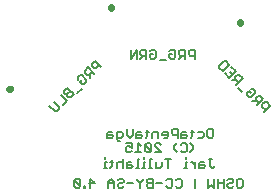
<source format=gbo>
G75*
%MOIN*%
%OFA0B0*%
%FSLAX24Y24*%
%IPPOS*%
%LPD*%
%AMOC8*
5,1,8,0,0,1.08239X$1,22.5*
%
%ADD10C,0.0050*%
%ADD11C,0.0120*%
D10*
X003881Y008622D02*
X003981Y008622D01*
X004031Y008672D01*
X003831Y008872D01*
X003831Y008672D01*
X003881Y008622D01*
X004031Y008672D02*
X004031Y008872D01*
X003981Y008922D01*
X003881Y008922D01*
X003831Y008872D01*
X004142Y008672D02*
X004142Y008622D01*
X004192Y008622D01*
X004192Y008672D01*
X004142Y008672D01*
X004314Y008772D02*
X004514Y008772D01*
X004364Y008922D01*
X004364Y008622D01*
X004817Y009283D02*
X004917Y009283D01*
X004867Y009283D02*
X004867Y009484D01*
X004917Y009484D01*
X004867Y009584D02*
X004867Y009634D01*
X005032Y009484D02*
X005132Y009484D01*
X005082Y009534D02*
X005082Y009334D01*
X005032Y009283D01*
X005254Y009283D02*
X005254Y009434D01*
X005304Y009484D01*
X005404Y009484D01*
X005455Y009434D01*
X005577Y009434D02*
X005577Y009283D01*
X005727Y009283D01*
X005777Y009334D01*
X005727Y009384D01*
X005577Y009384D01*
X005577Y009434D02*
X005627Y009484D01*
X005727Y009484D01*
X005942Y009584D02*
X005942Y009283D01*
X005992Y009283D02*
X005892Y009283D01*
X006106Y009283D02*
X006206Y009283D01*
X006156Y009283D02*
X006156Y009484D01*
X006206Y009484D01*
X006156Y009584D02*
X006156Y009634D01*
X005992Y009584D02*
X005942Y009584D01*
X005972Y009808D02*
X005972Y010109D01*
X006072Y010009D01*
X006194Y010059D02*
X006194Y009859D01*
X006244Y009808D01*
X006344Y009808D01*
X006394Y009859D01*
X006194Y010059D01*
X006244Y010109D01*
X006344Y010109D01*
X006394Y010059D01*
X006394Y009859D01*
X006517Y009808D02*
X006717Y009808D01*
X006517Y010009D01*
X006517Y010059D01*
X006567Y010109D01*
X006667Y010109D01*
X006717Y010059D01*
X006639Y010279D02*
X006639Y010480D01*
X006489Y010480D01*
X006439Y010430D01*
X006439Y010279D01*
X006317Y010480D02*
X006217Y010480D01*
X006267Y010530D02*
X006267Y010329D01*
X006217Y010279D01*
X006102Y010329D02*
X006052Y010379D01*
X005902Y010379D01*
X005902Y010430D02*
X005902Y010279D01*
X006052Y010279D01*
X006102Y010329D01*
X006052Y010480D02*
X005952Y010480D01*
X005902Y010430D01*
X005780Y010379D02*
X005780Y010580D01*
X005780Y010379D02*
X005679Y010279D01*
X005579Y010379D01*
X005579Y010580D01*
X005457Y010430D02*
X005457Y010329D01*
X005407Y010279D01*
X005257Y010279D01*
X005257Y010229D02*
X005257Y010480D01*
X005407Y010480D01*
X005457Y010430D01*
X005257Y010229D02*
X005307Y010179D01*
X005357Y010179D01*
X005550Y010109D02*
X005750Y010109D01*
X005750Y009959D01*
X005650Y010009D01*
X005600Y010009D01*
X005550Y009959D01*
X005550Y009859D01*
X005600Y009808D01*
X005700Y009808D01*
X005750Y009859D01*
X005872Y009808D02*
X006072Y009808D01*
X006371Y009584D02*
X006371Y009283D01*
X006421Y009283D02*
X006321Y009283D01*
X006543Y009283D02*
X006543Y009484D01*
X006421Y009584D02*
X006371Y009584D01*
X006543Y009283D02*
X006694Y009283D01*
X006744Y009334D01*
X006744Y009484D01*
X006866Y009584D02*
X007066Y009584D01*
X006966Y009584D02*
X006966Y009283D01*
X006942Y008922D02*
X007042Y008922D01*
X007093Y008872D01*
X007093Y008672D01*
X007042Y008622D01*
X006942Y008622D01*
X006892Y008672D01*
X006770Y008772D02*
X006570Y008772D01*
X006448Y008772D02*
X006298Y008772D01*
X006248Y008722D01*
X006248Y008672D01*
X006298Y008622D01*
X006448Y008622D01*
X006448Y008922D01*
X006298Y008922D01*
X006248Y008872D01*
X006248Y008822D01*
X006298Y008772D01*
X006126Y008872D02*
X006026Y008772D01*
X006026Y008622D01*
X006026Y008772D02*
X005926Y008872D01*
X005926Y008922D01*
X005803Y008772D02*
X005603Y008772D01*
X005481Y008822D02*
X005481Y008872D01*
X005431Y008922D01*
X005331Y008922D01*
X005281Y008872D01*
X005331Y008772D02*
X005281Y008722D01*
X005281Y008672D01*
X005331Y008622D01*
X005431Y008622D01*
X005481Y008672D01*
X005431Y008772D02*
X005331Y008772D01*
X005431Y008772D02*
X005481Y008822D01*
X005159Y008822D02*
X005159Y008622D01*
X005159Y008772D02*
X004959Y008772D01*
X004959Y008822D02*
X004959Y008622D01*
X004959Y008822D02*
X005059Y008922D01*
X005159Y008822D01*
X005455Y009283D02*
X005455Y009584D01*
X005085Y010279D02*
X004935Y010279D01*
X004935Y010430D01*
X004985Y010480D01*
X005085Y010480D01*
X005085Y010379D02*
X004935Y010379D01*
X005085Y010379D02*
X005135Y010329D01*
X005085Y010279D01*
X006126Y008922D02*
X006126Y008872D01*
X006892Y008872D02*
X006942Y008922D01*
X007215Y008872D02*
X007265Y008922D01*
X007365Y008922D01*
X007415Y008872D01*
X007415Y008672D01*
X007365Y008622D01*
X007265Y008622D01*
X007215Y008672D01*
X007503Y009283D02*
X007603Y009283D01*
X007553Y009283D02*
X007553Y009484D01*
X007603Y009484D01*
X007553Y009584D02*
X007553Y009634D01*
X007526Y009808D02*
X007426Y009808D01*
X007376Y009859D01*
X007254Y009808D02*
X007154Y009909D01*
X007154Y010009D01*
X007254Y010109D01*
X007376Y010059D02*
X007426Y010109D01*
X007526Y010109D01*
X007576Y010059D01*
X007576Y009859D01*
X007526Y009808D01*
X007691Y009808D02*
X007791Y009909D01*
X007791Y010009D01*
X007691Y010109D01*
X007721Y010279D02*
X007771Y010329D01*
X007771Y010530D01*
X007821Y010480D02*
X007721Y010480D01*
X007556Y010480D02*
X007456Y010480D01*
X007406Y010430D01*
X007406Y010279D01*
X007556Y010279D01*
X007606Y010329D01*
X007556Y010379D01*
X007406Y010379D01*
X007284Y010379D02*
X007133Y010379D01*
X007083Y010430D01*
X007083Y010530D01*
X007133Y010580D01*
X007284Y010580D01*
X007284Y010279D01*
X006961Y010329D02*
X006961Y010430D01*
X006911Y010480D01*
X006811Y010480D01*
X006761Y010430D01*
X006761Y010379D01*
X006961Y010379D01*
X006961Y010329D02*
X006911Y010279D01*
X006811Y010279D01*
X007721Y009484D02*
X007771Y009484D01*
X007872Y009384D01*
X007872Y009484D02*
X007872Y009283D01*
X007994Y009283D02*
X007994Y009434D01*
X008044Y009484D01*
X008144Y009484D01*
X008144Y009384D02*
X007994Y009384D01*
X007994Y009283D02*
X008144Y009283D01*
X008194Y009334D01*
X008144Y009384D01*
X008366Y009334D02*
X008366Y009584D01*
X008416Y009584D02*
X008316Y009584D01*
X008366Y009334D02*
X008416Y009283D01*
X008466Y009283D01*
X008516Y009334D01*
X008489Y008922D02*
X008489Y008622D01*
X008389Y008722D01*
X008289Y008622D01*
X008289Y008922D01*
X008611Y008922D02*
X008611Y008622D01*
X008611Y008772D02*
X008811Y008772D01*
X008933Y008722D02*
X008933Y008672D01*
X008983Y008622D01*
X009084Y008622D01*
X009134Y008672D01*
X009084Y008772D02*
X008983Y008772D01*
X008933Y008722D01*
X008933Y008872D02*
X008983Y008922D01*
X009084Y008922D01*
X009134Y008872D01*
X009134Y008822D01*
X009084Y008772D01*
X009256Y008672D02*
X009256Y008872D01*
X009306Y008922D01*
X009406Y008922D01*
X009456Y008872D01*
X009456Y008672D01*
X009406Y008622D01*
X009306Y008622D01*
X009256Y008672D01*
X008811Y008622D02*
X008811Y008922D01*
X007844Y008922D02*
X007844Y008622D01*
X007943Y010279D02*
X008093Y010279D01*
X008143Y010329D01*
X008143Y010430D01*
X008093Y010480D01*
X007943Y010480D01*
X008265Y010530D02*
X008265Y010329D01*
X008315Y010279D01*
X008415Y010279D01*
X008465Y010329D01*
X008465Y010530D01*
X008415Y010580D01*
X008315Y010580D01*
X008265Y010530D01*
X009424Y011795D02*
X009282Y011936D01*
X009231Y012058D02*
X009443Y012270D01*
X009337Y012377D01*
X009267Y012377D01*
X009196Y012306D01*
X009196Y012235D01*
X009302Y012129D01*
X009231Y012200D02*
X009090Y012200D01*
X009003Y012286D02*
X008862Y012428D01*
X008775Y012514D02*
X008988Y012726D01*
X008882Y012832D01*
X008811Y012832D01*
X008669Y012691D01*
X008669Y012620D01*
X008775Y012514D01*
X009039Y012463D02*
X009109Y012392D01*
X009003Y012286D02*
X009216Y012498D01*
X009074Y012640D01*
X009722Y011921D02*
X009793Y011921D01*
X009864Y011850D01*
X009864Y011779D01*
X009722Y011638D01*
X009652Y011638D01*
X009581Y011709D01*
X009581Y011779D01*
X009652Y011850D01*
X009722Y011779D01*
X009879Y011622D02*
X009879Y011551D01*
X009986Y011445D01*
X009915Y011375D02*
X010127Y011587D01*
X010021Y011693D01*
X009950Y011693D01*
X009879Y011622D01*
X009915Y011516D02*
X009773Y011516D01*
X010107Y011394D02*
X010107Y011324D01*
X010213Y011217D01*
X010143Y011147D02*
X010355Y011359D01*
X010249Y011465D01*
X010178Y011465D01*
X010107Y011394D01*
X007844Y012925D02*
X007844Y013225D01*
X007694Y013225D01*
X007644Y013175D01*
X007644Y013075D01*
X007694Y013025D01*
X007844Y013025D01*
X007521Y013025D02*
X007371Y013025D01*
X007321Y013075D01*
X007321Y013175D01*
X007371Y013225D01*
X007521Y013225D01*
X007521Y012925D01*
X007421Y013025D02*
X007321Y012925D01*
X007199Y012975D02*
X007149Y012925D01*
X007049Y012925D01*
X006999Y012975D01*
X006999Y013075D01*
X007099Y013075D01*
X007199Y013175D02*
X007199Y012975D01*
X007199Y013175D02*
X007149Y013225D01*
X007049Y013225D01*
X006999Y013175D01*
X006877Y012875D02*
X006677Y012875D01*
X006555Y012975D02*
X006505Y012925D01*
X006404Y012925D01*
X006354Y012975D01*
X006354Y013075D01*
X006454Y013075D01*
X006354Y013175D02*
X006404Y013225D01*
X006505Y013225D01*
X006555Y013175D01*
X006555Y012975D01*
X006232Y012925D02*
X006232Y013225D01*
X006082Y013225D01*
X006032Y013175D01*
X006032Y013075D01*
X006082Y013025D01*
X006232Y013025D01*
X006132Y013025D02*
X006032Y012925D01*
X005910Y012925D02*
X005910Y013225D01*
X005710Y012925D01*
X005710Y013225D01*
X004726Y012645D02*
X004514Y012857D01*
X004408Y012751D01*
X004408Y012680D01*
X004479Y012609D01*
X004549Y012609D01*
X004656Y012716D01*
X004428Y012488D02*
X004322Y012382D01*
X004251Y012382D01*
X004180Y012452D01*
X004180Y012523D01*
X004286Y012629D01*
X004498Y012417D01*
X004357Y012417D02*
X004357Y012275D01*
X004235Y012224D02*
X004235Y012154D01*
X004164Y012083D01*
X004094Y012083D01*
X004023Y012154D01*
X004094Y012224D01*
X004235Y012224D02*
X004094Y012366D01*
X004023Y012366D01*
X003952Y012295D01*
X003952Y012224D01*
X004078Y011926D02*
X003937Y011784D01*
X003815Y011733D02*
X003709Y011627D01*
X003638Y011627D01*
X003603Y011663D01*
X003603Y011733D01*
X003709Y011839D01*
X003815Y011733D02*
X003603Y011946D01*
X003496Y011839D01*
X003496Y011769D01*
X003532Y011733D01*
X003603Y011733D01*
X003587Y011505D02*
X003445Y011364D01*
X003324Y011313D02*
X003324Y011242D01*
X003253Y011171D01*
X003182Y011171D01*
X003005Y011348D01*
X003147Y011490D02*
X003324Y011313D01*
X003587Y011505D02*
X003375Y011718D01*
D11*
X001638Y011900D02*
X001640Y011914D01*
X001646Y011928D01*
X001654Y011940D01*
X001666Y011948D01*
X001680Y011954D01*
X001694Y011956D01*
X001708Y011954D01*
X001722Y011948D01*
X001734Y011940D01*
X001742Y011928D01*
X001748Y011914D01*
X001750Y011900D01*
X001748Y011886D01*
X001742Y011872D01*
X001734Y011860D01*
X001722Y011852D01*
X001708Y011846D01*
X001694Y011844D01*
X001680Y011846D01*
X001666Y011852D01*
X001654Y011860D01*
X001646Y011872D01*
X001640Y011886D01*
X001638Y011900D01*
X005021Y014608D02*
X005023Y014622D01*
X005029Y014636D01*
X005037Y014648D01*
X005049Y014656D01*
X005063Y014662D01*
X005077Y014664D01*
X005091Y014662D01*
X005105Y014656D01*
X005117Y014648D01*
X005125Y014636D01*
X005131Y014622D01*
X005133Y014608D01*
X005131Y014594D01*
X005125Y014580D01*
X005117Y014568D01*
X005105Y014560D01*
X005091Y014554D01*
X005077Y014552D01*
X005063Y014554D01*
X005049Y014560D01*
X005037Y014568D01*
X005029Y014580D01*
X005023Y014594D01*
X005021Y014608D01*
X009321Y014110D02*
X009323Y014124D01*
X009329Y014138D01*
X009337Y014150D01*
X009349Y014158D01*
X009363Y014164D01*
X009377Y014166D01*
X009391Y014164D01*
X009405Y014158D01*
X009417Y014150D01*
X009425Y014138D01*
X009431Y014124D01*
X009433Y014110D01*
X009431Y014096D01*
X009425Y014082D01*
X009417Y014070D01*
X009405Y014062D01*
X009391Y014056D01*
X009377Y014054D01*
X009363Y014056D01*
X009349Y014062D01*
X009337Y014070D01*
X009329Y014082D01*
X009323Y014096D01*
X009321Y014110D01*
M02*

</source>
